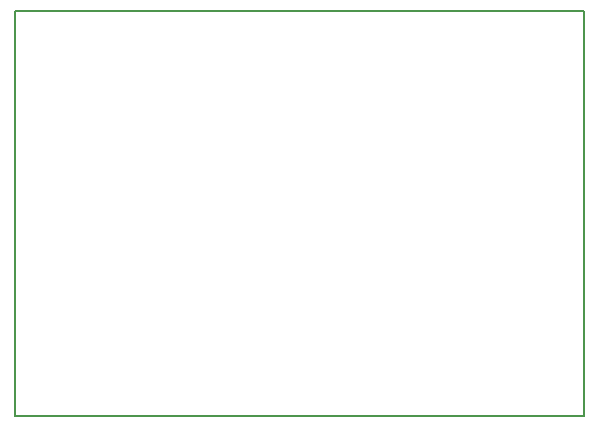
<source format=gm1>
G04 #@! TF.GenerationSoftware,KiCad,Pcbnew,(2017-05-12 revision b823d0b78)-makepkg*
G04 #@! TF.CreationDate,2017-05-13T14:09:32+02:00*
G04 #@! TF.ProjectId,jtagTc2050Adaptor,6A74616754633230353041646170746F,1.0*
G04 #@! TF.FileFunction,Profile,NP*
%FSLAX46Y46*%
G04 Gerber Fmt 4.6, Leading zero omitted, Abs format (unit mm)*
G04 Created by KiCad (PCBNEW (2017-05-12 revision b823d0b78)-makepkg) date 05/13/17 14:09:32*
%MOMM*%
%LPD*%
G01*
G04 APERTURE LIST*
%ADD10C,0.100000*%
%ADD11C,0.150000*%
G04 APERTURE END LIST*
D10*
D11*
X100330000Y-65405000D02*
X52197000Y-65405000D01*
X100330000Y-99695000D02*
X100330000Y-65405000D01*
X52197000Y-99695000D02*
X100330000Y-99695000D01*
X52197000Y-65405000D02*
X52197000Y-99695000D01*
M02*

</source>
